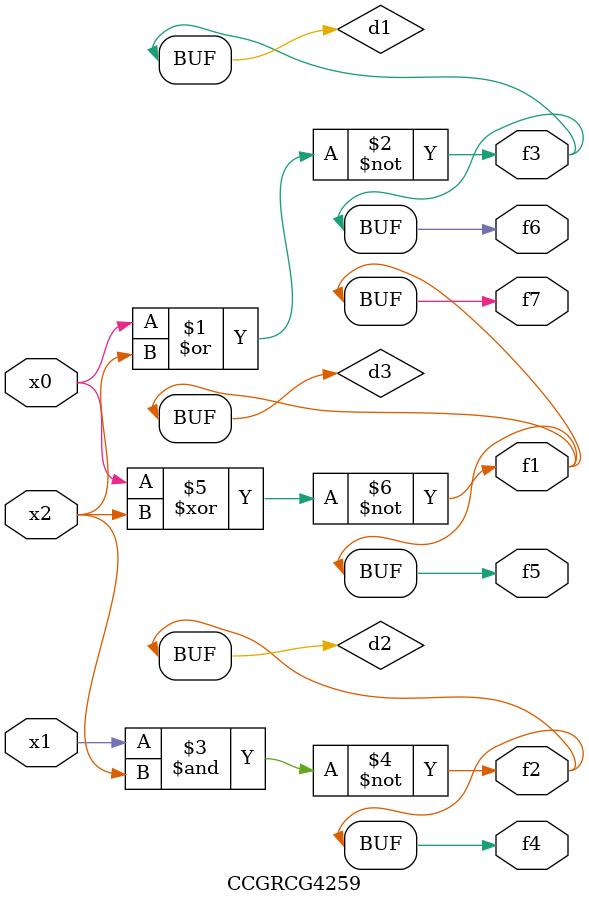
<source format=v>
module CCGRCG4259(
	input x0, x1, x2,
	output f1, f2, f3, f4, f5, f6, f7
);

	wire d1, d2, d3;

	nor (d1, x0, x2);
	nand (d2, x1, x2);
	xnor (d3, x0, x2);
	assign f1 = d3;
	assign f2 = d2;
	assign f3 = d1;
	assign f4 = d2;
	assign f5 = d3;
	assign f6 = d1;
	assign f7 = d3;
endmodule

</source>
